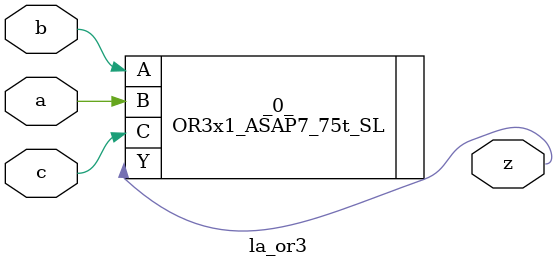
<source format=v>

/* Generated by Yosys 0.44 (git sha1 80ba43d26, g++ 11.4.0-1ubuntu1~22.04 -fPIC -O3) */

(* top =  1  *)
(* src = "inputs/la_or3.v:10.1-21.10" *)
module la_or3 (
    a,
    b,
    c,
    z
);
  (* src = "inputs/la_or3.v:13.12-13.13" *)
  input a;
  wire a;
  (* src = "inputs/la_or3.v:14.12-14.13" *)
  input b;
  wire b;
  (* src = "inputs/la_or3.v:15.12-15.13" *)
  input c;
  wire c;
  (* src = "inputs/la_or3.v:16.12-16.13" *)
  output z;
  wire z;
  OR3x1_ASAP7_75t_SL _0_ (
      .A(b),
      .B(a),
      .C(c),
      .Y(z)
  );
endmodule

</source>
